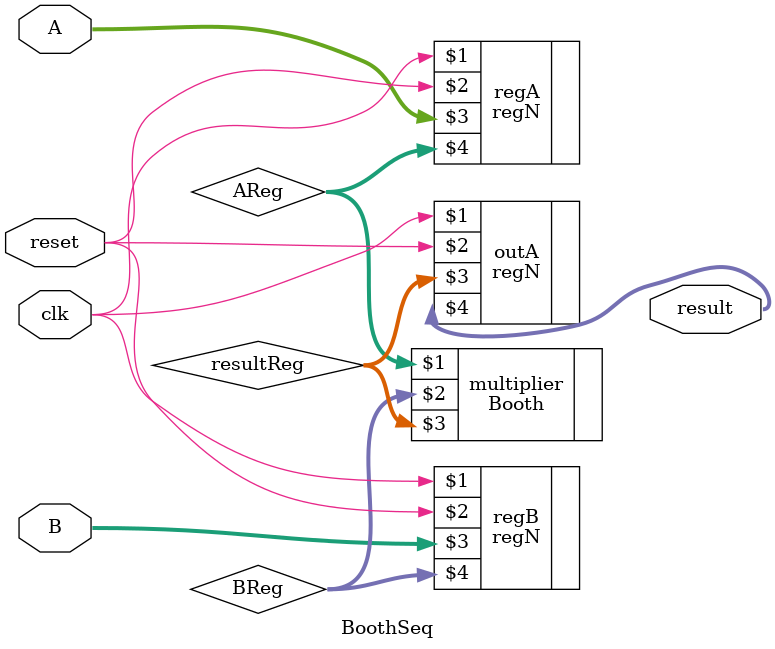
<source format=v>
module BoothSeq(
    A,
    B,
    clk,
    reset,
    result
);
input clk, reset;
input [31:0] A,B;
output [63:0]  result;
wire [31:0] AReg;
wire [31:0] BReg;
wire [63:0] resultReg;
regN #(32) regA (
    clk,
    reset,
    A,
    AReg
);
regN #(32) regB (
    clk,
    reset,
    B,
    BReg
);
Booth multiplier(
    AReg,
    BReg,
    resultReg
);
regN #(64) outA (
    clk,
    reset,
    resultReg[63:0],
    result[63:0]
);

endmodule
</source>
